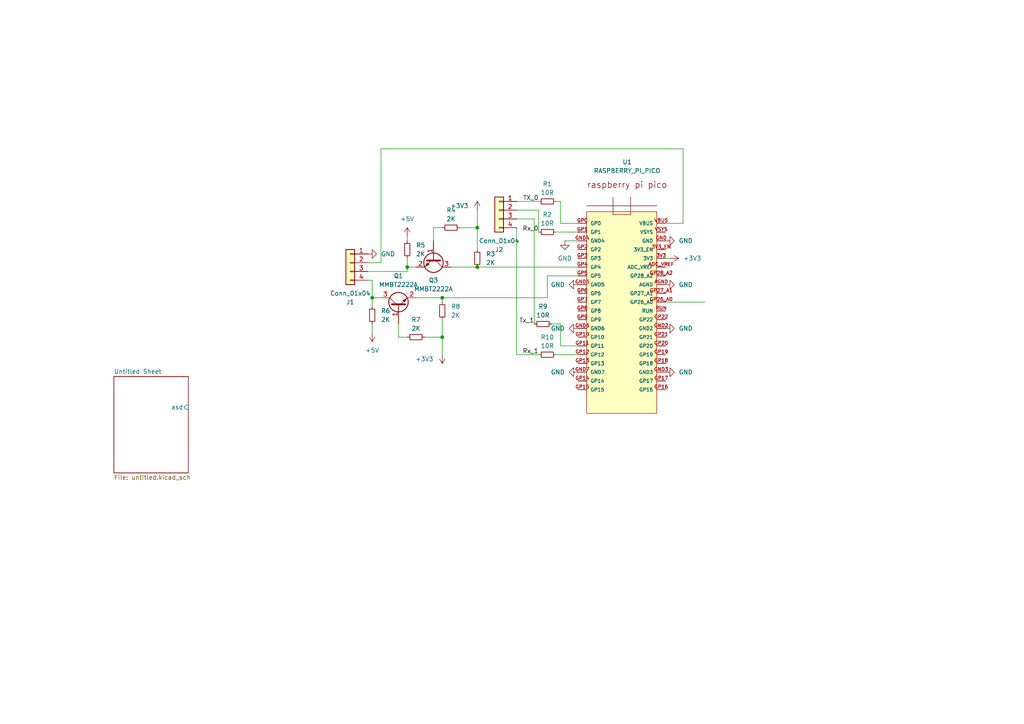
<source format=kicad_sch>
(kicad_sch (version 20240620) (generator "eeschema") (generator_version "8.99")
  (paper "A4")
  (title_block (date "2024-08-26"))
  (lib_symbols
    (symbol "Connector_Generic:Conn_01x04" (pin_names (offset 1.016) hide)
      (property "Reference" "J" (at 0 5.08 0))
      (property "Value" "Conn_01x04" (at 0 -7.62 0))
      (symbol "Conn_01x04_1_1"
        (rectangle (start -1.27 3.81) (end 1.27 -6.35) (stroke (width 0.254)) (fill (type background)))
        (rectangle (start -1.27 2.667) (end 0 2.413) (stroke (width 0.1524)))
        (rectangle (start -1.27 0.127) (end 0 -0.127) (stroke (width 0.1524)))
        (rectangle (start -1.27 -2.413) (end 0 -2.667) (stroke (width 0.1524)))
        (rectangle (start -1.27 -4.953) (end 0 -5.207) (stroke (width 0.1524)))
        (pin passive line (at -5.08 2.54 0) (length 3.81) (name "Pin_1") (number "1"))
        (pin passive line (at -5.08 0 0) (length 3.81) (name "Pin_2") (number "2"))
        (pin passive line (at -5.08 -2.54 0) (length 3.81) (name "Pin_3") (number "3"))
        (pin passive line (at -5.08 -5.08 0) (length 3.81) (name "Pin_4") (number "4"))
      )
    )
    (symbol "Device:R_Small" (pin_numbers hide) (pin_names (offset 0.254) hide)
      (property "Reference" "R" (at 0.762 0.508 0))
      (property "Value" "R_Small" (at 0.762 -1.016 0))
      (symbol "R_Small_0_1"
        (rectangle (start -0.762 1.778) (end 0.762 -1.778) (stroke (width 0.2032)))
      )
      (symbol "R_Small_1_1"
        (pin passive line (at 0 2.54 270) (length 0.762) (name "~") (number "1"))
        (pin passive line (at 0 -2.54 90) (length 0.762) (name "~") (number "2"))
      )
    )
    (symbol "RASPBERRY_PI_PICO:RASPBERRY_PI_PICO" (pin_names (offset 1.016))
      (property "Reference" "U" (at 0 0 0))
      (property "Value" "RASPBERRY_PI_PICO" (at 0 0 0))
      (symbol "RASPBERRY_PI_PICO_0_0"
        (rectangle (start -7.62 -34.7604) (end 12.7 23.6596) (stroke (width 0.1524)) (fill (type background)))
        (polyline (pts (xy 0 27.94) (xy 0 22.86)) (stroke (width 0.1524)))
        (polyline (pts (xy 0 22.86) (xy 5.08 22.86)) (stroke (width 0.1524)))
        (polyline (pts (xy 5.08 22.86) (xy 5.08 27.94)) (stroke (width 0.1524)))
        (polyline (pts (xy 12.7 25.4) (xy -7.62 25.4)) (stroke (width 0.1524)))
        (text "raspberry pi pico" (at -7.62 30.48 0) (effects (font (size 1.778 1.778)) (justify left bottom)))
        (pin bidirectional line (at -10.16 20.32 0) (length 2.54) (name "GP0") (number "GP0"))
        (pin bidirectional line (at -10.16 17.78 0) (length 2.54) (name "GP1") (number "GP1"))
        (pin bidirectional line (at -10.16 15.24 0) (length 2.54) (name "GND4") (number "GND4"))
        (pin bidirectional line (at -10.16 12.7 0) (length 2.54) (name "GP2") (number "GP2"))
        (pin bidirectional line (at -10.16 10.16 0) (length 2.54) (name "GP3") (number "GP3"))
        (pin bidirectional line (at -10.16 7.62 0) (length 2.54) (name "GP4") (number "GP4"))
        (pin bidirectional line (at -10.16 5.08 0) (length 2.54) (name "GP5") (number "GP5"))
        (pin bidirectional line (at -10.16 2.54 0) (length 2.54) (name "GND5") (number "GND5"))
        (pin bidirectional line (at -10.16 0 0) (length 2.54) (name "GP6") (number "GP6"))
        (pin bidirectional line (at -10.16 -2.54 0) (length 2.54) (name "GP7") (number "GP7"))
        (pin bidirectional line (at -10.16 -5.08 0) (length 2.54) (name "GP8") (number "GP8"))
        (pin bidirectional line (at -10.16 -7.62 0) (length 2.54) (name "GP9") (number "GP9"))
        (pin bidirectional line (at -10.16 -10.16 0) (length 2.54) (name "GND6") (number "GND6"))
        (pin bidirectional line (at -10.16 -12.7 0) (length 2.54) (name "GP10") (number "GP10"))
        (pin bidirectional line (at -10.16 -15.24 0) (length 2.54) (name "GP11") (number "GP11"))
        (pin bidirectional line (at -10.16 -17.78 0) (length 2.54) (name "GP12") (number "GP12"))
        (pin bidirectional line (at -10.16 -20.32 0) (length 2.54) (name "GP13") (number "GP13"))
        (pin bidirectional line (at -10.16 -22.86 0) (length 2.54) (name "GND7") (number "GND7"))
        (pin bidirectional line (at -10.16 -25.4 0) (length 2.54) (name "GP14") (number "GP14"))
        (pin bidirectional line (at -10.16 -27.94 0) (length 2.54) (name "GP15") (number "GP15"))
        (pin bidirectional line (at 15.24 20.32 180) (length 2.54) (name "VBUS") (number "VBUS"))
        (pin bidirectional line (at 15.24 17.78 180) (length 2.54) (name "VSYS") (number "VSYS"))
        (pin bidirectional line (at 15.24 15.24 180) (length 2.54) (name "GND") (number "GND"))
        (pin bidirectional line (at 15.24 12.7 180) (length 2.54) (name "3V3_EN") (number "3V3_EN"))
        (pin bidirectional line (at 15.24 10.16 180) (length 2.54) (name "3V3") (number "3V3"))
        (pin bidirectional line (at 15.24 7.62 180) (length 2.54) (name "ADC_VREF") (number "ADC_VREF"))
        (pin bidirectional line (at 15.24 5.08 180) (length 2.54) (name "GP28_A2") (number "GP28_A2"))
        (pin bidirectional line (at 15.24 2.54 180) (length 2.54) (name "AGND") (number "AGND"))
        (pin bidirectional line (at 15.24 0 180) (length 2.54) (name "GP27_A1") (number "GP27_A1"))
        (pin bidirectional line (at 15.24 -2.54 180) (length 2.54) (name "GP26_A0") (number "GP26_A0"))
        (pin bidirectional line (at 15.24 -5.08 180) (length 2.54) (name "RUN") (number "RUN"))
        (pin bidirectional line (at 15.24 -7.62 180) (length 2.54) (name "GP22") (number "GP22"))
        (pin bidirectional line (at 15.24 -10.16 180) (length 2.54) (name "GND2") (number "GND2"))
        (pin bidirectional line (at 15.24 -12.7 180) (length 2.54) (name "GP21") (number "GP21"))
        (pin bidirectional line (at 15.24 -15.24 180) (length 2.54) (name "GP20") (number "GP20"))
        (pin bidirectional line (at 15.24 -17.78 180) (length 2.54) (name "GP19") (number "GP19"))
        (pin bidirectional line (at 15.24 -20.32 180) (length 2.54) (name "GP18") (number "GP18"))
        (pin bidirectional line (at 15.24 -22.86 180) (length 2.54) (name "GND3") (number "GND3"))
        (pin bidirectional line (at 15.24 -25.4 180) (length 2.54) (name "GP17") (number "GP17"))
        (pin bidirectional line (at 15.24 -27.94 180) (length 2.54) (name "GP16") (number "GP16"))
      )
    )
    (symbol "Transistor_BJT:MMBT2222A" (pin_names (offset 0) hide)
      (property "Reference" "Q" (at 5.08 1.905 0))
      (property "Value" "MMBT2222A" (at 5.08 0 0))
      (symbol "MMBT2222A_0_1"
        (polyline (pts (xy 0.635 1.905) (xy 0.635 -1.905) (xy 0.635 -1.905)) (stroke (width 0.508)))
        (polyline (pts (xy 0.635 0.635) (xy 2.54 2.54)))
        (polyline (pts (xy 0.635 -0.635) (xy 2.54 -2.54) (xy 2.54 -2.54)))
        (circle (center 1.27 0) (radius 2.8194) (stroke (width 0.254)))
        (polyline (pts (xy 1.27 -1.778) (xy 1.778 -1.27) (xy 2.286 -2.286) (xy 1.27 -1.778) (xy 1.27 -1.778)) (fill (type outline)))
      )
      (symbol "MMBT2222A_1_1"
        (pin input line (at -5.08 0 0) (length 5.715) (name "B") (number "1"))
        (pin passive line (at 2.54 5.08 270) (length 2.54) (name "C") (number "3"))
        (pin passive line (at 2.54 -5.08 90) (length 2.54) (name "E") (number "2"))
      )
    )
    (symbol "power:+3V3" (power) (pin_numbers hide) (pin_names (offset 0) hide)
      (property "Value" "+3V3" (at 0 3.556 0))
      (symbol "+3V3_0_1"
        (polyline (pts (xy -0.762 1.27) (xy 0 2.54)))
        (polyline (pts (xy 0 2.54) (xy 0.762 1.27)))
        (polyline (pts (xy 0 0) (xy 0 2.54)))
      )
      (symbol "+3V3_1_1"
        (pin power_in line (at 0 0 90) (length 0) (name "~") (number "1"))
      )
    )
    (symbol "power:+5V" (power) (pin_numbers hide) (pin_names (offset 0) hide)
      (property "Value" "+5V" (at 0 3.556 0))
      (symbol "+5V_0_1"
        (polyline (pts (xy -0.762 1.27) (xy 0 2.54)))
        (polyline (pts (xy 0 2.54) (xy 0.762 1.27)))
        (polyline (pts (xy 0 0) (xy 0 2.54)))
      )
      (symbol "+5V_1_1"
        (pin power_in line (at 0 0 90) (length 0) (name "~") (number "1"))
      )
    )
    (symbol "power:GND" (power) (pin_numbers hide) (pin_names (offset 0) hide)
      (property "Value" "GND" (at 0 -3.81 0))
      (symbol "GND_0_1"
        (polyline (pts (xy 0 0) (xy 0 -1.27) (xy 1.27 -1.27) (xy 0 -2.54) (xy -1.27 -1.27) (xy 0 -1.27)))
      )
      (symbol "GND_1_1"
        (pin power_in line (at 0 0 270) (length 0) (name "~") (number "1"))
      )
    )
  )
  (junction (at 107.95 86.36))
  (junction (at 128.27 86.36))
  (junction (at 118.11 77.47))
  (junction (at 128.27 97.79))
  (junction (at 138.43 77.47))
  (junction (at 138.43 66.04))
  (wire (pts (xy 107.95 81.28) (xy 107.95 86.36)))
  (wire (pts (xy 162.56 58.42) (xy 162.56 64.77)))
  (wire (pts (xy 193.04 64.77) (xy 198.12 64.77)))
  (wire (pts (xy 149.86 58.42) (xy 156.21 58.42)))
  (wire (pts (xy 130.81 77.47) (xy 138.43 77.47)))
  (wire (pts (xy 115.57 97.79) (xy 118.11 97.79)))
  (wire (pts (xy 158.75 80.01) (xy 167.64 80.01)))
  (wire (pts (xy 158.75 80.01) (xy 158.75 86.36)))
  (wire (pts (xy 107.95 86.36) (xy 110.49 86.36)))
  (wire (pts (xy 149.86 102.87) (xy 156.21 102.87)))
  (wire (pts (xy 161.29 102.87) (xy 167.64 102.87)))
  (wire (pts (xy 162.56 100.33) (xy 167.64 100.33)))
  (wire (pts (xy 120.65 86.36) (xy 128.27 86.36)))
  (wire (pts (xy 163.83 69.85) (xy 167.64 69.85)))
  (wire (pts (xy 128.27 97.79) (xy 128.27 102.87)))
  (wire (pts (xy 118.11 74.93) (xy 118.11 77.47)))
  (wire (pts (xy 162.56 64.77) (xy 167.64 64.77)))
  (wire (pts (xy 118.11 78.74) (xy 118.11 77.47)))
  (wire (pts (xy 149.86 66.04) (xy 149.86 102.87)))
  (wire (pts (xy 118.11 68.58) (xy 118.11 69.85)))
  (wire (pts (xy 115.57 97.79) (xy 115.57 93.98)))
  (wire (pts (xy 154.94 63.5) (xy 154.94 93.98)))
  (wire (pts (xy 125.73 66.04) (xy 128.27 66.04)))
  (wire (pts (xy 106.68 78.74) (xy 118.11 78.74)))
  (wire (pts (xy 193.04 74.93) (xy 194.31 74.93)))
  (wire (pts (xy 193.04 87.63) (xy 204.47 87.63)))
  (wire (pts (xy 161.29 58.42) (xy 162.56 58.42)))
  (wire (pts (xy 128.27 86.36) (xy 128.27 87.63)))
  (wire (pts (xy 107.95 93.98) (xy 107.95 96.52)))
  (wire (pts (xy 118.11 77.47) (xy 120.65 77.47)))
  (wire (pts (xy 198.12 43.18) (xy 110.49 43.18)))
  (wire (pts (xy 128.27 86.36) (xy 158.75 86.36)))
  (wire (pts (xy 198.12 64.77) (xy 198.12 43.18)))
  (wire (pts (xy 133.35 66.04) (xy 138.43 66.04)))
  (wire (pts (xy 138.43 66.04) (xy 138.43 72.39)))
  (wire (pts (xy 162.56 93.98) (xy 162.56 100.33)))
  (wire (pts (xy 160.02 93.98) (xy 162.56 93.98)))
  (wire (pts (xy 128.27 92.71) (xy 128.27 97.79)))
  (wire (pts (xy 161.29 67.31) (xy 167.64 67.31)))
  (wire (pts (xy 138.43 66.04) (xy 138.43 60.96)))
  (wire (pts (xy 107.95 86.36) (xy 107.95 88.9)))
  (wire (pts (xy 149.86 60.96) (xy 156.21 60.96)))
  (wire (pts (xy 110.49 43.18) (xy 110.49 76.2)))
  (wire (pts (xy 156.21 60.96) (xy 156.21 67.31)))
  (wire (pts (xy 110.49 76.2) (xy 106.68 76.2)))
  (wire (pts (xy 138.43 77.47) (xy 167.64 77.47)))
  (wire (pts (xy 125.73 66.04) (xy 125.73 69.85)))
  (wire (pts (xy 149.86 63.5) (xy 154.94 63.5)))
  (wire (pts (xy 106.68 81.28) (xy 107.95 81.28)))
  (wire (pts (xy 123.19 97.79) (xy 128.27 97.79)))
  (label "Tx_1" (at 154.94 93.98 180))
  (label "Rx_0" (at 156.21 67.31 180))
  (label "Rx_1" (at 156.21 102.87 180))
  (label "TX_0" (at 156.21 58.42 180))
  (symbol (lib_id "Connector_Generic:Conn_01x04") (at 144.78 60.96 0) (mirror y) (unit 1)
    (property "Reference" "J2" (at 144.78 72.39 0))
    (property "Value" "Conn_01x04" (at 144.78 69.85 0))
    (property "Footprint" "Connector_PinHeader_2.54mm:PinHeader_1x04_P2.54mm_Vertical" (effects (hide yes)))
    (property "Description" "Generic connector, single row, 01x04, script generated (kicad-library-utils/schlib/autogen/connector/)" (effects (hide yes)))
  )
  (symbol (lib_id "power:GND") (at 193.04 82.55 90) (unit 1)
    (property "Reference" "#PWR013" (effects (hide yes)))
    (property "Value" "GND" (at 196.85 82.5499 90) (effects (justify right)))
    (property "Description" "Power symbol creates a global label with name \"GND\" , ground" (effects (hide yes)))
  )
  (symbol (lib_id "power:+5V") (at 107.95 96.52 180) (unit 1)
    (property "Reference" "#PWR04" (effects (hide yes)))
    (property "Value" "+5V" (at 107.95 101.6 0))
    (property "Description" "Power symbol creates a global label with name \"+5V\"" (effects (hide yes)))
  )
  (symbol (lib_id "Device:R_Small") (at 158.75 102.87 90) (unit 1)
    (property "Reference" "R10" (at 158.75 97.79 90))
    (property "Value" "10R" (at 158.75 100.33 90))
    (property "Footprint" "Resistor_SMD:R_0603_1608Metric" (effects (hide yes)))
    (property "Description" "Resistor, small symbol" (effects (hide yes)))
  )
  (symbol (lib_id "power:GND") (at 167.64 107.95 270) (unit 1)
    (property "Reference" "#PWR08" (effects (hide yes)))
    (property "Value" "GND" (at 163.83 107.9499 90) (effects (justify right)))
    (property "Description" "Power symbol creates a global label with name \"GND\" , ground" (effects (hide yes)))
  )
  (symbol (lib_id "power:+3V3") (at 194.31 74.93 270) (unit 1)
    (property "Reference" "#PWR015" (effects (hide yes)))
    (property "Value" "+3V3" (at 198.12 74.9299 90) (effects (justify left)))
    (property "Description" "Power symbol creates a global label with name \"+3V3\"" (effects (hide yes)))
  )
  (symbol (lib_id "power:GND") (at 193.04 107.95 90) (unit 1)
    (property "Reference" "#PWR09" (effects (hide yes)))
    (property "Value" "GND" (at 196.85 107.9499 90) (effects (justify right)))
    (property "Description" "Power symbol creates a global label with name \"GND\" , ground" (effects (hide yes)))
  )
  (symbol (lib_id "power:+3V3") (at 128.27 102.87 0) (mirror x) (unit 1)
    (property "Reference" "#PWR05" (effects (hide yes)))
    (property "Value" "+3V3" (at 125.73 104.1399 0) (effects (justify right)))
    (property "Description" "Power symbol creates a global label with name \"+3V3\"" (effects (hide yes)))
  )
  (symbol (lib_id "Transistor_BJT:MMBT2222A") (at 115.57 88.9 90) (unit 1)
    (property "Reference" "Q1" (at 115.57 80.01 90))
    (property "Value" "MMBT2222A" (at 115.57 82.55 90))
    (property "Footprint" "Package_TO_SOT_SMD:SOT-23" (effects (hide yes)))
    (property "Datasheet" "https://assets.nexperia.com/documents/data-sheet/MMBT2222A.pdf" (effects (hide yes)))
    (property "Description" "600mA Ic, 40V Vce, NPN Transistor, SOT-23" (effects (hide yes)))
  )
  (symbol (lib_id "power:+3V3") (at 138.43 60.96 0) (unit 1)
    (property "Reference" "#PWR02" (effects (hide yes)))
    (property "Value" "+3V3" (at 135.89 59.6901 0) (effects (justify right)))
    (property "Description" "Power symbol creates a global label with name \"+3V3\"" (effects (hide yes)))
  )
  (symbol (lib_id "Device:R_Small") (at 128.27 90.17 180) (unit 1)
    (property "Reference" "R8" (at 130.81 88.8999 0) (effects (justify right)))
    (property "Value" "2K" (at 130.81 91.4399 0) (effects (justify right)))
    (property "Footprint" "Resistor_SMD:R_0603_1608Metric" (effects (hide yes)))
    (property "Description" "Resistor, small symbol" (effects (hide yes)))
  )
  (symbol (lib_id "Transistor_BJT:MMBT2222A") (at 125.73 74.93 270) (unit 1)
    (property "Reference" "Q3" (at 125.73 81.28 90))
    (property "Value" "MMBT2222A" (at 125.73 83.82 90))
    (property "Footprint" "Package_TO_SOT_SMD:SOT-23" (effects (hide yes)))
    (property "Datasheet" "https://assets.nexperia.com/documents/data-sheet/MMBT2222A.pdf" (effects (hide yes)))
    (property "Description" "600mA Ic, 40V Vce, NPN Transistor, SOT-23" (effects (hide yes)))
  )
  (symbol (lib_id "Device:R_Small") (at 158.75 58.42 90) (unit 1)
    (property "Reference" "R1" (at 158.75 53.34 90))
    (property "Value" "10R" (at 158.75 55.88 90))
    (property "Footprint" "Resistor_SMD:R_0603_1608Metric" (effects (hide yes)))
    (property "Description" "Resistor, small symbol" (effects (hide yes)))
  )
  (symbol (lib_id "power:GND") (at 167.64 95.25 270) (unit 1)
    (property "Reference" "#PWR07" (effects (hide yes)))
    (property "Value" "GND" (at 163.83 95.2499 90) (effects (justify right)))
    (property "Description" "Power symbol creates a global label with name \"GND\" , ground" (effects (hide yes)))
  )
  (symbol (lib_id "Device:R_Small") (at 118.11 72.39 180) (unit 1)
    (property "Reference" "R5" (at 120.65 71.1199 0) (effects (justify right)))
    (property "Value" "2K" (at 120.65 73.6599 0) (effects (justify right)))
    (property "Footprint" "Resistor_SMD:R_0603_1608Metric" (effects (hide yes)))
    (property "Description" "Resistor, small symbol" (effects (hide yes)))
  )
  (symbol (lib_id "power:+5V") (at 118.11 68.58 0) (unit 1)
    (property "Reference" "#PWR03" (effects (hide yes)))
    (property "Value" "+5V" (at 118.11 63.5 0))
    (property "Description" "Power symbol creates a global label with name \"+5V\"" (effects (hide yes)))
  )
  (symbol (lib_id "power:GND") (at 193.04 95.25 90) (unit 1)
    (property "Reference" "#PWR010" (effects (hide yes)))
    (property "Value" "GND" (at 196.85 95.2499 90) (effects (justify right)))
    (property "Description" "Power symbol creates a global label with name \"GND\" , ground" (effects (hide yes)))
  )
  (symbol (lib_id "RASPBERRY_PI_PICO:RASPBERRY_PI_PICO") (at 177.8 85.09 0) (unit 1)
    (property "Reference" "U1" (at 181.8971 46.99 0))
    (property "Value" "RASPBERRY_PI_PICO" (at 181.8971 49.53 0))
    (property "Footprint" "My Footprints:RPi_Pico_SMD_TH" (effects (hide yes)))
    (property "MF" "Raspberry Pi" (effects (hide yes)))
    (property "Description_1" "\nRaspberry Pi Board, Arm Cortex-M0+; Core Architecture:Arm; Core Sub-Architecture:Cortex-M0+; Kit Contents:Raspberry Pi Pico Board; No. Of Bits:32Bit; Silicon Core Number:Rp2040; Silicon Manufacturer:Raspberry Pi |Raspberry-Pi RASPBERRY PI PICO\n" (effects (hide yes)))
    (property "Package" "None" (effects (hide yes)))
    (property "Price" "None" (effects (hide yes)))
    (property "SnapEDA_Link" "https://www.snapeda.com/parts/RASPBERRY%20PI%20PICO/Raspberry+Pi/view-part/?ref=snap" (effects (hide yes)))
    (property "MP" "RASPBERRY PI PICO" (effects (hide yes)))
    (property "Availability" "Not in stock" (effects (hide yes)))
    (property "Check_prices" "https://www.snapeda.com/parts/RASPBERRY%20PI%20PICO/Raspberry+Pi/view-part/?ref=eda" (effects (hide yes)))
  )
  (symbol (lib_id "Device:R_Small") (at 120.65 97.79 270) (unit 1)
    (property "Reference" "R7" (at 120.65 92.71 90))
    (property "Value" "2K" (at 120.65 95.25 90))
    (property "Footprint" "Resistor_SMD:R_0603_1608Metric" (effects (hide yes)))
    (property "Description" "Resistor, small symbol" (effects (hide yes)))
  )
  (symbol (lib_id "Device:R_Small") (at 157.48 93.98 270) (unit 1)
    (property "Reference" "R9" (at 157.48 88.9 90))
    (property "Value" "10R" (at 157.48 91.44 90))
    (property "Footprint" "Resistor_SMD:R_0603_1608Metric" (effects (hide yes)))
    (property "Description" "Resistor, small symbol" (effects (hide yes)))
  )
  (symbol (lib_id "power:GND") (at 167.64 82.55 270) (unit 1)
    (property "Reference" "#PWR06" (effects (hide yes)))
    (property "Value" "GND" (at 163.83 82.5499 90) (effects (justify right)))
    (property "Description" "Power symbol creates a global label with name \"GND\" , ground" (effects (hide yes)))
  )
  (symbol (lib_id "Device:R_Small") (at 138.43 74.93 180) (unit 1)
    (property "Reference" "R3" (at 140.97 73.6599 0) (effects (justify right)))
    (property "Value" "2K" (at 140.97 76.1999 0) (effects (justify right)))
    (property "Footprint" "Resistor_SMD:R_0603_1608Metric" (effects (hide yes)))
    (property "Description" "Resistor, small symbol" (effects (hide yes)))
  )
  (symbol (lib_id "Connector_Generic:Conn_01x04") (at 101.6 76.2 0) (mirror y) (unit 1)
    (property "Reference" "J1" (at 101.6 87.63 0))
    (property "Value" "Conn_01x04" (at 101.6 85.09 0))
    (property "Footprint" "Connector_PinHeader_2.54mm:PinHeader_1x04_P2.54mm_Vertical" (effects (hide yes)))
    (property "Description" "Generic connector, single row, 01x04, script generated (kicad-library-utils/schlib/autogen/connector/)" (effects (hide yes)))
  )
  (symbol (lib_id "Device:R_Small") (at 130.81 66.04 270) (unit 1)
    (property "Reference" "R4" (at 130.81 60.96 90))
    (property "Value" "2K" (at 130.81 63.5 90))
    (property "Footprint" "Resistor_SMD:R_0603_1608Metric" (effects (hide yes)))
    (property "Description" "Resistor, small symbol" (effects (hide yes)))
  )
  (symbol (lib_id "power:GND") (at 106.68 73.66 90) (unit 1)
    (property "Reference" "#PWR014" (effects (hide yes)))
    (property "Value" "GND" (at 110.49 73.6599 90) (effects (justify right)))
    (property "Description" "Power symbol creates a global label with name \"GND\" , ground" (effects (hide yes)))
  )
  (symbol (lib_id "power:GND") (at 193.04 69.85 90) (unit 1)
    (property "Reference" "#PWR011" (effects (hide yes)))
    (property "Value" "GND" (at 196.85 69.8499 90) (effects (justify right)))
    (property "Description" "Power symbol creates a global label with name \"GND\" , ground" (effects (hide yes)))
  )
  (symbol (lib_id "Device:R_Small") (at 158.75 67.31 90) (unit 1)
    (property "Reference" "R2" (at 158.75 62.23 90))
    (property "Value" "10R" (at 158.75 64.77 90))
    (property "Footprint" "Resistor_SMD:R_0603_1608Metric" (effects (hide yes)))
    (property "Description" "Resistor, small symbol" (effects (hide yes)))
  )
  (symbol (lib_id "power:GND") (at 163.83 69.85 0) (unit 1)
    (property "Reference" "#PWR01" (effects (hide yes)))
    (property "Value" "GND" (at 163.83 74.93 0))
    (property "Description" "Power symbol creates a global label with name \"GND\" , ground" (effects (hide yes)))
  )
  (symbol (lib_id "Device:R_Small") (at 107.95 91.44 180) (unit 1)
    (property "Reference" "R6" (at 110.49 90.1699 0) (effects (justify right)))
    (property "Value" "2K" (at 110.49 92.7099 0) (effects (justify right)))
    (property "Footprint" "Resistor_SMD:R_0603_1608Metric" (effects (hide yes)))
    (property "Description" "Resistor, small symbol" (effects (hide yes)))
  )
  (sheet (at 33.02 109.22) (size 21.59 27.94) (stroke (width 0.1524))
    (property "Sheetname" "Untitled Sheet" (at 33.02 108.5084 0) (effects (justify left bottom)))
    (property "Sheetfile" "untitled.kicad_sch" (at 33.02 137.7446 0) (effects (justify left top)))
    (pin "asd" input (at 54.61 118.11 0))
  )
)
</source>
